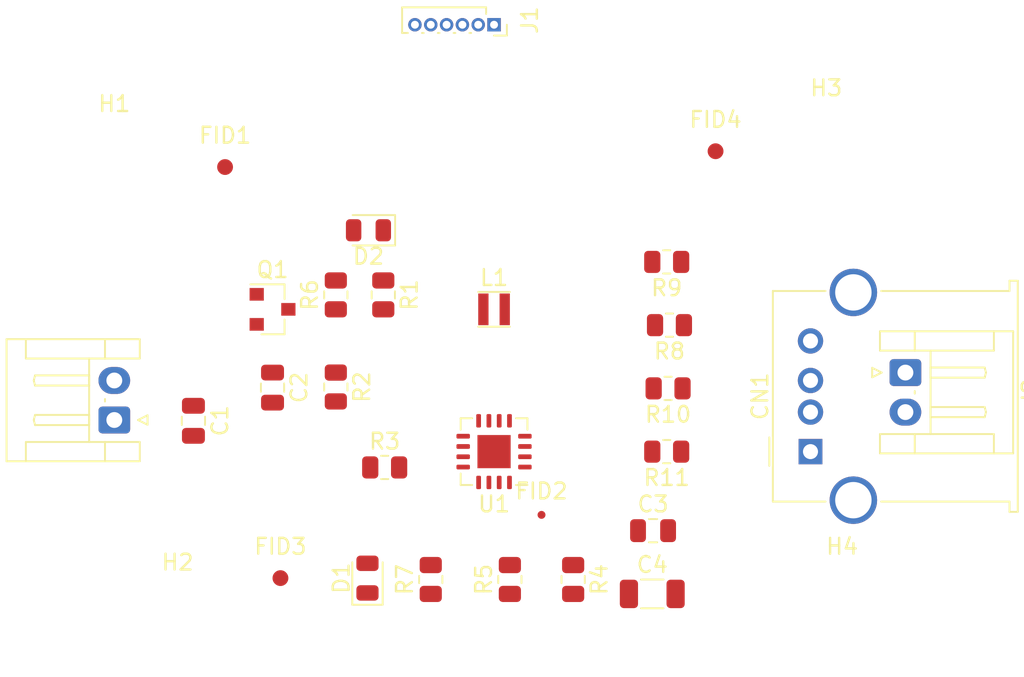
<source format=kicad_pcb>
(kicad_pcb (version 20171130) (host pcbnew 5.1.10-88a1d61d58~90~ubuntu20.04.1)

  (general
    (thickness 1.6)
    (drawings 1)
    (tracks 0)
    (zones 0)
    (modules 32)
    (nets 15)
  )

  (page A4)
  (title_block
    (title "Adafruit Power Boost 500 (Replica)")
    (date 2021-09-18)
    (rev 1.0.0)
    (company "Author: Lucas Orsi")
    (comment 1 "Materia: Diseño de Circuitos Impresos (DCI)")
    (comment 2 "Licencia: CC BY 4.0")
  )

  (layers
    (0 F.Cu signal)
    (31 B.Cu signal)
    (32 B.Adhes user)
    (33 F.Adhes user)
    (34 B.Paste user)
    (35 F.Paste user hide)
    (36 B.SilkS user hide)
    (37 F.SilkS user hide)
    (38 B.Mask user hide)
    (39 F.Mask user hide)
    (40 Dwgs.User user hide)
    (41 Cmts.User user hide)
    (42 Eco1.User user hide)
    (43 Eco2.User user hide)
    (44 Edge.Cuts user hide)
    (45 Margin user hide)
    (46 B.CrtYd user hide)
    (47 F.CrtYd user)
    (48 B.Fab user hide)
    (49 F.Fab user hide)
  )

  (setup
    (last_trace_width 0.8)
    (user_trace_width 0.8)
    (trace_clearance 0.8)
    (zone_clearance 0.508)
    (zone_45_only no)
    (trace_min 0.2)
    (via_size 1.6)
    (via_drill 0.8)
    (via_min_size 0.4)
    (via_min_drill 0.3)
    (user_via 1.6 0.8)
    (uvia_size 0.3)
    (uvia_drill 0.1)
    (uvias_allowed no)
    (uvia_min_size 0.2)
    (uvia_min_drill 0.1)
    (edge_width 0.05)
    (segment_width 0.2)
    (pcb_text_width 0.3)
    (pcb_text_size 1.5 1.5)
    (mod_edge_width 0.12)
    (mod_text_size 1 1)
    (mod_text_width 0.15)
    (pad_size 1.524 1.524)
    (pad_drill 0.762)
    (pad_to_mask_clearance 0)
    (aux_axis_origin 0 0)
    (visible_elements FFFFFF7F)
    (pcbplotparams
      (layerselection 0x010fc_ffffffff)
      (usegerberextensions false)
      (usegerberattributes true)
      (usegerberadvancedattributes true)
      (creategerberjobfile true)
      (excludeedgelayer true)
      (linewidth 0.100000)
      (plotframeref false)
      (viasonmask false)
      (mode 1)
      (useauxorigin false)
      (hpglpennumber 1)
      (hpglpenspeed 20)
      (hpglpendiameter 15.000000)
      (psnegative false)
      (psa4output false)
      (plotreference true)
      (plotvalue true)
      (plotinvisibletext false)
      (padsonsilk false)
      (subtractmaskfromsilk false)
      (outputformat 1)
      (mirror false)
      (drillshape 1)
      (scaleselection 1)
      (outputdirectory ""))
  )

  (net 0 "")
  (net 1 +BATT)
  (net 2 GND)
  (net 3 +5V)
  (net 4 "Net-(CN1-Pad2)")
  (net 5 "Net-(CN1-Pad3)")
  (net 6 "Net-(D1-Pad1)")
  (net 7 "Net-(D2-Pad2)")
  (net 8 /ENABLE)
  (net 9 /LBO)
  (net 10 "Net-(L1-Pad2)")
  (net 11 "Net-(R2-Pad2)")
  (net 12 "Net-(R4-Pad2)")
  (net 13 "Net-(U1-Pad2)")
  (net 14 "Net-(Q1-Pad3)")

  (net_class Default "This is the default net class."
    (clearance 0.8)
    (trace_width 0.8)
    (via_dia 1.6)
    (via_drill 0.8)
    (uvia_dia 0.3)
    (uvia_drill 0.1)
    (add_net +5V)
    (add_net +BATT)
    (add_net /ENABLE)
    (add_net /LBO)
    (add_net GND)
    (add_net "Net-(CN1-Pad2)")
    (add_net "Net-(CN1-Pad3)")
    (add_net "Net-(D1-Pad1)")
    (add_net "Net-(D2-Pad2)")
    (add_net "Net-(L1-Pad2)")
    (add_net "Net-(Q1-Pad3)")
    (add_net "Net-(R2-Pad2)")
    (add_net "Net-(R4-Pad2)")
    (add_net "Net-(U1-Pad2)")
  )

  (module Inductor_SMD:L_Taiyo-Yuden_MD-2020 (layer F.Cu) (tedit 5990349C) (tstamp 6146A258)
    (at 153 52)
    (descr "Inductor, Taiyo Yuden, MD series, Taiyo-Yuden_MD-2020, 2.0mmx2.0mm")
    (tags "inductor taiyo-yuden md smd")
    (path /613C0BC8)
    (attr smd)
    (fp_text reference L1 (at 0 -2) (layer F.SilkS)
      (effects (font (size 1 1) (thickness 0.15)))
    )
    (fp_text value VLC5045-6.8uH (at 0 2.5) (layer F.Fab)
      (effects (font (size 1 1) (thickness 0.15)))
    )
    (fp_text user %R (at 0 0) (layer F.Fab)
      (effects (font (size 0.5 0.5) (thickness 0.075)))
    )
    (fp_line (start -1 -1) (end -1 1) (layer F.Fab) (width 0.1))
    (fp_line (start -1 1) (end 1 1) (layer F.Fab) (width 0.1))
    (fp_line (start 1 1) (end 1 -1) (layer F.Fab) (width 0.1))
    (fp_line (start 1 -1) (end -1 -1) (layer F.Fab) (width 0.1))
    (fp_line (start -1 -1.1) (end 1 -1.1) (layer F.SilkS) (width 0.12))
    (fp_line (start -1 1.1) (end 1 1.1) (layer F.SilkS) (width 0.12))
    (fp_line (start -1.3 -1.3) (end -1.3 1.3) (layer F.CrtYd) (width 0.05))
    (fp_line (start -1.3 1.3) (end 1.3 1.3) (layer F.CrtYd) (width 0.05))
    (fp_line (start 1.3 1.3) (end 1.3 -1.3) (layer F.CrtYd) (width 0.05))
    (fp_line (start 1.3 -1.3) (end -1.3 -1.3) (layer F.CrtYd) (width 0.05))
    (pad 2 smd rect (at 0.675 0) (size 0.65 2) (layers F.Cu F.Paste F.Mask)
      (net 10 "Net-(L1-Pad2)"))
    (pad 1 smd rect (at -0.675 0) (size 0.65 2) (layers F.Cu F.Paste F.Mask)
      (net 1 +BATT))
    (model ${KISYS3DMOD}/Inductor_SMD.3dshapes/L_Taiyo-Yuden_MD-2020.wrl
      (at (xyz 0 0 0))
      (scale (xyz 1 1 1))
      (rotate (xyz 0 0 0))
    )
    (model /home/lorsi/Documents/CESE/DCI/tp-final-lorsi96/lib/inductor-wurth-elektronik-74437324100-1/WE_Inductor_4020.STEP
      (at (xyz 0 0 0))
      (scale (xyz 1 1 1))
      (rotate (xyz 0 0 0))
    )
  )

  (module Connector_JST:JST_EH_S2B-EH_1x02_P2.50mm_Horizontal (layer F.Cu) (tedit 5C281425) (tstamp 614BDB2F)
    (at 129 59 90)
    (descr "JST EH series connector, S2B-EH (http://www.jst-mfg.com/product/pdf/eng/eEH.pdf), generated with kicad-footprint-generator")
    (tags "connector JST EH horizontal")
    (path /61533C6B)
    (fp_text reference J3 (at 1.25 -7.9 90) (layer F.SilkS)
      (effects (font (size 1 1) (thickness 0.15)))
    )
    (fp_text value Batería (at 1.25 2.7 90) (layer F.Fab)
      (effects (font (size 1 1) (thickness 0.15)))
    )
    (fp_line (start -1.5 -0.7) (end -1.5 1.5) (layer F.Fab) (width 0.1))
    (fp_line (start -1.5 1.5) (end -2.5 1.5) (layer F.Fab) (width 0.1))
    (fp_line (start -2.5 1.5) (end -2.5 -6.7) (layer F.Fab) (width 0.1))
    (fp_line (start -2.5 -6.7) (end 5 -6.7) (layer F.Fab) (width 0.1))
    (fp_line (start 5 -6.7) (end 5 1.5) (layer F.Fab) (width 0.1))
    (fp_line (start 5 1.5) (end 4 1.5) (layer F.Fab) (width 0.1))
    (fp_line (start 4 1.5) (end 4 -0.7) (layer F.Fab) (width 0.1))
    (fp_line (start 4 -0.7) (end -1.5 -0.7) (layer F.Fab) (width 0.1))
    (fp_line (start -3 -7.2) (end -3 2) (layer F.CrtYd) (width 0.05))
    (fp_line (start -3 2) (end 5.5 2) (layer F.CrtYd) (width 0.05))
    (fp_line (start 5.5 2) (end 5.5 -7.2) (layer F.CrtYd) (width 0.05))
    (fp_line (start 5.5 -7.2) (end -3 -7.2) (layer F.CrtYd) (width 0.05))
    (fp_line (start -1.39 -0.59) (end -1.39 1.61) (layer F.SilkS) (width 0.12))
    (fp_line (start -1.39 1.61) (end -2.61 1.61) (layer F.SilkS) (width 0.12))
    (fp_line (start -2.61 1.61) (end -2.61 -6.81) (layer F.SilkS) (width 0.12))
    (fp_line (start -2.61 -6.81) (end 5.11 -6.81) (layer F.SilkS) (width 0.12))
    (fp_line (start 5.11 -6.81) (end 5.11 1.61) (layer F.SilkS) (width 0.12))
    (fp_line (start 5.11 1.61) (end 3.89 1.61) (layer F.SilkS) (width 0.12))
    (fp_line (start 3.89 1.61) (end 3.89 -0.59) (layer F.SilkS) (width 0.12))
    (fp_line (start -2.61 -5.59) (end -1.39 -5.59) (layer F.SilkS) (width 0.12))
    (fp_line (start -1.39 -5.59) (end -1.39 -0.59) (layer F.SilkS) (width 0.12))
    (fp_line (start -1.39 -0.59) (end -2.61 -0.59) (layer F.SilkS) (width 0.12))
    (fp_line (start 5.11 -5.59) (end 3.89 -5.59) (layer F.SilkS) (width 0.12))
    (fp_line (start 3.89 -5.59) (end 3.89 -0.59) (layer F.SilkS) (width 0.12))
    (fp_line (start 3.89 -0.59) (end 5.11 -0.59) (layer F.SilkS) (width 0.12))
    (fp_line (start -1.39 -1.59) (end 3.89 -1.59) (layer F.SilkS) (width 0.12))
    (fp_line (start 0 -1.59) (end -0.32 -1.59) (layer F.SilkS) (width 0.12))
    (fp_line (start -0.32 -1.59) (end -0.32 -5.01) (layer F.SilkS) (width 0.12))
    (fp_line (start -0.32 -5.01) (end 0 -5.09) (layer F.SilkS) (width 0.12))
    (fp_line (start 0 -5.09) (end 0.32 -5.01) (layer F.SilkS) (width 0.12))
    (fp_line (start 0.32 -5.01) (end 0.32 -1.59) (layer F.SilkS) (width 0.12))
    (fp_line (start 0.32 -1.59) (end 0 -1.59) (layer F.SilkS) (width 0.12))
    (fp_line (start 1.17 -0.59) (end 1.33 -0.59) (layer F.SilkS) (width 0.12))
    (fp_line (start 2.5 -1.59) (end 2.18 -1.59) (layer F.SilkS) (width 0.12))
    (fp_line (start 2.18 -1.59) (end 2.18 -5.01) (layer F.SilkS) (width 0.12))
    (fp_line (start 2.18 -5.01) (end 2.5 -5.09) (layer F.SilkS) (width 0.12))
    (fp_line (start 2.5 -5.09) (end 2.82 -5.01) (layer F.SilkS) (width 0.12))
    (fp_line (start 2.82 -5.01) (end 2.82 -1.59) (layer F.SilkS) (width 0.12))
    (fp_line (start 2.82 -1.59) (end 2.5 -1.59) (layer F.SilkS) (width 0.12))
    (fp_line (start 0 1.5) (end -0.3 2.1) (layer F.SilkS) (width 0.12))
    (fp_line (start -0.3 2.1) (end 0.3 2.1) (layer F.SilkS) (width 0.12))
    (fp_line (start 0.3 2.1) (end 0 1.5) (layer F.SilkS) (width 0.12))
    (fp_line (start -0.5 -0.7) (end 0 -1.407107) (layer F.Fab) (width 0.1))
    (fp_line (start 0 -1.407107) (end 0.5 -0.7) (layer F.Fab) (width 0.1))
    (fp_text user %R (at 1.25 -2.6 90) (layer F.Fab)
      (effects (font (size 1 1) (thickness 0.15)))
    )
    (pad 2 thru_hole oval (at 2.5 0 90) (size 1.7 2) (drill 1) (layers *.Cu *.Mask)
      (net 1 +BATT))
    (pad 1 thru_hole roundrect (at 0 0 90) (size 1.7 2) (drill 1) (layers *.Cu *.Mask) (roundrect_rratio 0.147059)
      (net 2 GND))
    (model ${KISYS3DMOD}/Connector_JST.3dshapes/JST_EH_S2B-EH_1x02_P2.50mm_Horizontal.wrl
      (at (xyz 0 0 0))
      (scale (xyz 1 1 1))
      (rotate (xyz 0 0 0))
    )
  )

  (module Connector_JST:JST_EH_S2B-EH_1x02_P2.50mm_Horizontal (layer F.Cu) (tedit 5C281425) (tstamp 614BF033)
    (at 179 56 270)
    (descr "JST EH series connector, S2B-EH (http://www.jst-mfg.com/product/pdf/eng/eEH.pdf), generated with kicad-footprint-generator")
    (tags "connector JST EH horizontal")
    (path /613C3CFF)
    (fp_text reference J2 (at 1.25 -7.9 90) (layer F.SilkS)
      (effects (font (size 1 1) (thickness 0.15)))
    )
    (fp_text value "PWR OUT" (at 1.25 2.7 90) (layer F.Fab)
      (effects (font (size 1 1) (thickness 0.15)))
    )
    (fp_line (start -1.5 -0.7) (end -1.5 1.5) (layer F.Fab) (width 0.1))
    (fp_line (start -1.5 1.5) (end -2.5 1.5) (layer F.Fab) (width 0.1))
    (fp_line (start -2.5 1.5) (end -2.5 -6.7) (layer F.Fab) (width 0.1))
    (fp_line (start -2.5 -6.7) (end 5 -6.7) (layer F.Fab) (width 0.1))
    (fp_line (start 5 -6.7) (end 5 1.5) (layer F.Fab) (width 0.1))
    (fp_line (start 5 1.5) (end 4 1.5) (layer F.Fab) (width 0.1))
    (fp_line (start 4 1.5) (end 4 -0.7) (layer F.Fab) (width 0.1))
    (fp_line (start 4 -0.7) (end -1.5 -0.7) (layer F.Fab) (width 0.1))
    (fp_line (start -3 -7.2) (end -3 2) (layer F.CrtYd) (width 0.05))
    (fp_line (start -3 2) (end 5.5 2) (layer F.CrtYd) (width 0.05))
    (fp_line (start 5.5 2) (end 5.5 -7.2) (layer F.CrtYd) (width 0.05))
    (fp_line (start 5.5 -7.2) (end -3 -7.2) (layer F.CrtYd) (width 0.05))
    (fp_line (start -1.39 -0.59) (end -1.39 1.61) (layer F.SilkS) (width 0.12))
    (fp_line (start -1.39 1.61) (end -2.61 1.61) (layer F.SilkS) (width 0.12))
    (fp_line (start -2.61 1.61) (end -2.61 -6.81) (layer F.SilkS) (width 0.12))
    (fp_line (start -2.61 -6.81) (end 5.11 -6.81) (layer F.SilkS) (width 0.12))
    (fp_line (start 5.11 -6.81) (end 5.11 1.61) (layer F.SilkS) (width 0.12))
    (fp_line (start 5.11 1.61) (end 3.89 1.61) (layer F.SilkS) (width 0.12))
    (fp_line (start 3.89 1.61) (end 3.89 -0.59) (layer F.SilkS) (width 0.12))
    (fp_line (start -2.61 -5.59) (end -1.39 -5.59) (layer F.SilkS) (width 0.12))
    (fp_line (start -1.39 -5.59) (end -1.39 -0.59) (layer F.SilkS) (width 0.12))
    (fp_line (start -1.39 -0.59) (end -2.61 -0.59) (layer F.SilkS) (width 0.12))
    (fp_line (start 5.11 -5.59) (end 3.89 -5.59) (layer F.SilkS) (width 0.12))
    (fp_line (start 3.89 -5.59) (end 3.89 -0.59) (layer F.SilkS) (width 0.12))
    (fp_line (start 3.89 -0.59) (end 5.11 -0.59) (layer F.SilkS) (width 0.12))
    (fp_line (start -1.39 -1.59) (end 3.89 -1.59) (layer F.SilkS) (width 0.12))
    (fp_line (start 0 -1.59) (end -0.32 -1.59) (layer F.SilkS) (width 0.12))
    (fp_line (start -0.32 -1.59) (end -0.32 -5.01) (layer F.SilkS) (width 0.12))
    (fp_line (start -0.32 -5.01) (end 0 -5.09) (layer F.SilkS) (width 0.12))
    (fp_line (start 0 -5.09) (end 0.32 -5.01) (layer F.SilkS) (width 0.12))
    (fp_line (start 0.32 -5.01) (end 0.32 -1.59) (layer F.SilkS) (width 0.12))
    (fp_line (start 0.32 -1.59) (end 0 -1.59) (layer F.SilkS) (width 0.12))
    (fp_line (start 1.17 -0.59) (end 1.33 -0.59) (layer F.SilkS) (width 0.12))
    (fp_line (start 2.5 -1.59) (end 2.18 -1.59) (layer F.SilkS) (width 0.12))
    (fp_line (start 2.18 -1.59) (end 2.18 -5.01) (layer F.SilkS) (width 0.12))
    (fp_line (start 2.18 -5.01) (end 2.5 -5.09) (layer F.SilkS) (width 0.12))
    (fp_line (start 2.5 -5.09) (end 2.82 -5.01) (layer F.SilkS) (width 0.12))
    (fp_line (start 2.82 -5.01) (end 2.82 -1.59) (layer F.SilkS) (width 0.12))
    (fp_line (start 2.82 -1.59) (end 2.5 -1.59) (layer F.SilkS) (width 0.12))
    (fp_line (start 0 1.5) (end -0.3 2.1) (layer F.SilkS) (width 0.12))
    (fp_line (start -0.3 2.1) (end 0.3 2.1) (layer F.SilkS) (width 0.12))
    (fp_line (start 0.3 2.1) (end 0 1.5) (layer F.SilkS) (width 0.12))
    (fp_line (start -0.5 -0.7) (end 0 -1.407107) (layer F.Fab) (width 0.1))
    (fp_line (start 0 -1.407107) (end 0.5 -0.7) (layer F.Fab) (width 0.1))
    (fp_text user %R (at 1.25 -2.6 90) (layer F.Fab)
      (effects (font (size 1 1) (thickness 0.15)))
    )
    (pad 2 thru_hole oval (at 2.5 0 270) (size 1.7 2) (drill 1) (layers *.Cu *.Mask)
      (net 2 GND))
    (pad 1 thru_hole roundrect (at 0 0 270) (size 1.7 2) (drill 1) (layers *.Cu *.Mask) (roundrect_rratio 0.147059)
      (net 3 +5V))
    (model ${KISYS3DMOD}/Connector_JST.3dshapes/JST_EH_S2B-EH_1x02_P2.50mm_Horizontal.wrl
      (at (xyz 0 0 0))
      (scale (xyz 1 1 1))
      (rotate (xyz 0 0 0))
    )
  )

  (module Connector_USB:USB_A_Molex_67643_Horizontal (layer F.Cu) (tedit 5EA03975) (tstamp 614BE1EA)
    (at 173 61 90)
    (descr "USB type A, Horizontal, https://www.molex.com/pdm_docs/sd/676433910_sd.pdf")
    (tags "USB_A Female Connector receptacle")
    (path /614C579A)
    (fp_text reference CN1 (at 3.5 -3.19 90) (layer F.SilkS)
      (effects (font (size 1 1) (thickness 0.15)))
    )
    (fp_text value USBA (at 3.5 14.5 90) (layer F.Fab)
      (effects (font (size 1 1) (thickness 0.15)))
    )
    (fp_line (start -3.05 -2.27) (end 10.05 -2.27) (layer F.Fab) (width 0.1))
    (fp_line (start 10.05 -2.27) (end 10.05 12.69) (layer F.Fab) (width 0.1))
    (fp_line (start -3.16 12.58) (end -3.16 4.47) (layer F.SilkS) (width 0.12))
    (fp_line (start -3.16 12.58) (end -3.81 12.58) (layer F.SilkS) (width 0.12))
    (fp_line (start -3.7 12.69) (end -3.7 12.99) (layer F.Fab) (width 0.1))
    (fp_line (start -3.7 12.99) (end 10.7 12.99) (layer F.Fab) (width 0.1))
    (fp_line (start 10.7 12.99) (end 10.7 12.69) (layer F.Fab) (width 0.1))
    (fp_line (start 10.7 12.69) (end 10.05 12.69) (layer F.Fab) (width 0.1))
    (fp_line (start -3.05 9.27) (end 10.05 9.27) (layer F.Fab) (width 0.1))
    (fp_line (start -3.55 -2.77) (end 10.55 -2.77) (layer F.CrtYd) (width 0.05))
    (fp_line (start 10.55 -2.77) (end 10.55 0.76) (layer F.CrtYd) (width 0.05))
    (fp_line (start -3.55 -2.77) (end -3.55 0.76) (layer F.CrtYd) (width 0.05))
    (fp_line (start -4.2 13.49) (end 11.2 13.49) (layer F.CrtYd) (width 0.05))
    (fp_line (start 11.2 13.49) (end 11.2 12.19) (layer F.CrtYd) (width 0.05))
    (fp_line (start 11.2 12.19) (end 10.55 12.19) (layer F.CrtYd) (width 0.05))
    (fp_line (start 10.55 12.19) (end 10.55 4.66) (layer F.CrtYd) (width 0.05))
    (fp_line (start -4.2 13.49) (end -4.2 12.19) (layer F.CrtYd) (width 0.05))
    (fp_line (start -4.2 12.19) (end -3.55 12.19) (layer F.CrtYd) (width 0.05))
    (fp_line (start -3.55 12.19) (end -3.55 4.66) (layer F.CrtYd) (width 0.05))
    (fp_line (start -3.16 -2.38) (end 10.16 -2.38) (layer F.SilkS) (width 0.12))
    (fp_line (start -3.16 -2.38) (end -3.16 0.95) (layer F.SilkS) (width 0.12))
    (fp_line (start 10.16 -2.38) (end 10.16 0.95) (layer F.SilkS) (width 0.12))
    (fp_line (start -3.05 12.69) (end -3.05 -2.27) (layer F.Fab) (width 0.1))
    (fp_line (start 10.81 13.1) (end 10.81 12.58) (layer F.SilkS) (width 0.12))
    (fp_line (start -3.81 13.1) (end 10.81 13.1) (layer F.SilkS) (width 0.12))
    (fp_line (start 10.16 4.47) (end 10.16 12.58) (layer F.SilkS) (width 0.12))
    (fp_line (start -3.81 12.58) (end -3.81 13.1) (layer F.SilkS) (width 0.12))
    (fp_line (start 10.81 12.58) (end 10.16 12.58) (layer F.SilkS) (width 0.12))
    (fp_line (start -3.05 12.69) (end -3.7 12.69) (layer F.Fab) (width 0.1))
    (fp_line (start -0.9 -2.6) (end 0.9 -2.6) (layer F.SilkS) (width 0.12))
    (fp_line (start -1 -2.27) (end 0 -1.27) (layer F.Fab) (width 0.1))
    (fp_line (start 0 -1.27) (end 1 -2.27) (layer F.Fab) (width 0.1))
    (fp_arc (start 10.07 2.71) (end 10.55 4.66) (angle -152.3426981) (layer F.CrtYd) (width 0.05))
    (fp_arc (start -3.07 2.71) (end -3.55 0.76) (angle -152.3426981) (layer F.CrtYd) (width 0.05))
    (fp_text user %R (at 3.5 3.7 90) (layer F.Fab)
      (effects (font (size 1 1) (thickness 0.15)))
    )
    (pad 4 thru_hole circle (at 7 0 90) (size 1.6 1.6) (drill 0.95) (layers *.Cu *.Mask)
      (net 3 +5V))
    (pad 3 thru_hole circle (at 4.5 0 90) (size 1.6 1.6) (drill 0.95) (layers *.Cu *.Mask)
      (net 5 "Net-(CN1-Pad3)"))
    (pad 2 thru_hole circle (at 2.5 0 90) (size 1.6 1.6) (drill 0.95) (layers *.Cu *.Mask)
      (net 4 "Net-(CN1-Pad2)"))
    (pad 1 thru_hole rect (at 0 0 90) (size 1.6 1.5) (drill 0.95) (layers *.Cu *.Mask)
      (net 2 GND))
    (pad 5 thru_hole circle (at 10.07 2.71 90) (size 3 3) (drill 2.3) (layers *.Cu *.Mask)
      (net 2 GND))
    (pad 5 thru_hole circle (at -3.07 2.71 90) (size 3 3) (drill 2.3) (layers *.Cu *.Mask)
      (net 2 GND))
    (model "/home/lorsi/Documents/CESE/DCI/tp-final-lorsi96/lib/usb-a-receptacle-tht-1/USB A Buchse THT.stp"
      (offset (xyz 7 0 0))
      (scale (xyz 1 1 1))
      (rotate (xyz 0 0 -90))
    )
  )

  (module Capacitor_SMD:C_0805_2012Metric (layer F.Cu) (tedit 5F68FEEE) (tstamp 6146A156)
    (at 134 59.05 270)
    (descr "Capacitor SMD 0805 (2012 Metric), square (rectangular) end terminal, IPC_7351 nominal, (Body size source: IPC-SM-782 page 76, https://www.pcb-3d.com/wordpress/wp-content/uploads/ipc-sm-782a_amendment_1_and_2.pdf, https://docs.google.com/spreadsheets/d/1BsfQQcO9C6DZCsRaXUlFlo91Tg2WpOkGARC1WS5S8t0/edit?usp=sharing), generated with kicad-footprint-generator")
    (tags capacitor)
    (path /613A324C)
    (attr smd)
    (fp_text reference C1 (at 0 -1.68 90) (layer F.SilkS)
      (effects (font (size 1 1) (thickness 0.15)))
    )
    (fp_text value 10uF (at 0 1.68 90) (layer F.Fab)
      (effects (font (size 1 1) (thickness 0.15)))
    )
    (fp_line (start -1 0.625) (end -1 -0.625) (layer F.Fab) (width 0.1))
    (fp_line (start -1 -0.625) (end 1 -0.625) (layer F.Fab) (width 0.1))
    (fp_line (start 1 -0.625) (end 1 0.625) (layer F.Fab) (width 0.1))
    (fp_line (start 1 0.625) (end -1 0.625) (layer F.Fab) (width 0.1))
    (fp_line (start -0.261252 -0.735) (end 0.261252 -0.735) (layer F.SilkS) (width 0.12))
    (fp_line (start -0.261252 0.735) (end 0.261252 0.735) (layer F.SilkS) (width 0.12))
    (fp_line (start -1.7 0.98) (end -1.7 -0.98) (layer F.CrtYd) (width 0.05))
    (fp_line (start -1.7 -0.98) (end 1.7 -0.98) (layer F.CrtYd) (width 0.05))
    (fp_line (start 1.7 -0.98) (end 1.7 0.98) (layer F.CrtYd) (width 0.05))
    (fp_line (start 1.7 0.98) (end -1.7 0.98) (layer F.CrtYd) (width 0.05))
    (fp_text user %R (at 0 0 90) (layer F.Fab)
      (effects (font (size 0.5 0.5) (thickness 0.08)))
    )
    (pad 2 smd roundrect (at 0.95 0 270) (size 1 1.45) (layers F.Cu F.Paste F.Mask) (roundrect_rratio 0.25)
      (net 2 GND))
    (pad 1 smd roundrect (at -0.95 0 270) (size 1 1.45) (layers F.Cu F.Paste F.Mask) (roundrect_rratio 0.25)
      (net 1 +BATT))
    (model ${KISYS3DMOD}/Capacitor_SMD.3dshapes/C_0805_2012Metric.wrl
      (at (xyz 0 0 0))
      (scale (xyz 1 1 1))
      (rotate (xyz 0 0 0))
    )
  )

  (module Capacitor_SMD:C_0805_2012Metric (layer F.Cu) (tedit 5F68FEEE) (tstamp 6146A167)
    (at 139 56.95 270)
    (descr "Capacitor SMD 0805 (2012 Metric), square (rectangular) end terminal, IPC_7351 nominal, (Body size source: IPC-SM-782 page 76, https://www.pcb-3d.com/wordpress/wp-content/uploads/ipc-sm-782a_amendment_1_and_2.pdf, https://docs.google.com/spreadsheets/d/1BsfQQcO9C6DZCsRaXUlFlo91Tg2WpOkGARC1WS5S8t0/edit?usp=sharing), generated with kicad-footprint-generator")
    (tags capacitor)
    (path /613A3666)
    (attr smd)
    (fp_text reference C2 (at 0 -1.68 90) (layer F.SilkS)
      (effects (font (size 1 1) (thickness 0.15)))
    )
    (fp_text value 0.1uF (at 0 1.68 90) (layer F.Fab)
      (effects (font (size 1 1) (thickness 0.15)))
    )
    (fp_line (start 1.7 0.98) (end -1.7 0.98) (layer F.CrtYd) (width 0.05))
    (fp_line (start 1.7 -0.98) (end 1.7 0.98) (layer F.CrtYd) (width 0.05))
    (fp_line (start -1.7 -0.98) (end 1.7 -0.98) (layer F.CrtYd) (width 0.05))
    (fp_line (start -1.7 0.98) (end -1.7 -0.98) (layer F.CrtYd) (width 0.05))
    (fp_line (start -0.261252 0.735) (end 0.261252 0.735) (layer F.SilkS) (width 0.12))
    (fp_line (start -0.261252 -0.735) (end 0.261252 -0.735) (layer F.SilkS) (width 0.12))
    (fp_line (start 1 0.625) (end -1 0.625) (layer F.Fab) (width 0.1))
    (fp_line (start 1 -0.625) (end 1 0.625) (layer F.Fab) (width 0.1))
    (fp_line (start -1 -0.625) (end 1 -0.625) (layer F.Fab) (width 0.1))
    (fp_line (start -1 0.625) (end -1 -0.625) (layer F.Fab) (width 0.1))
    (fp_text user %R (at 0 0 90) (layer F.Fab)
      (effects (font (size 0.5 0.5) (thickness 0.08)))
    )
    (pad 1 smd roundrect (at -0.95 0 270) (size 1 1.45) (layers F.Cu F.Paste F.Mask) (roundrect_rratio 0.25)
      (net 1 +BATT))
    (pad 2 smd roundrect (at 0.95 0 270) (size 1 1.45) (layers F.Cu F.Paste F.Mask) (roundrect_rratio 0.25)
      (net 2 GND))
    (model ${KISYS3DMOD}/Capacitor_SMD.3dshapes/C_0805_2012Metric.wrl
      (at (xyz 0 0 0))
      (scale (xyz 1 1 1))
      (rotate (xyz 0 0 0))
    )
  )

  (module Capacitor_SMD:C_0805_2012Metric (layer F.Cu) (tedit 5F68FEEE) (tstamp 6146A178)
    (at 163.05 66)
    (descr "Capacitor SMD 0805 (2012 Metric), square (rectangular) end terminal, IPC_7351 nominal, (Body size source: IPC-SM-782 page 76, https://www.pcb-3d.com/wordpress/wp-content/uploads/ipc-sm-782a_amendment_1_and_2.pdf, https://docs.google.com/spreadsheets/d/1BsfQQcO9C6DZCsRaXUlFlo91Tg2WpOkGARC1WS5S8t0/edit?usp=sharing), generated with kicad-footprint-generator")
    (tags capacitor)
    (path /613A3BDE)
    (attr smd)
    (fp_text reference C3 (at 0 -1.68) (layer F.SilkS)
      (effects (font (size 1 1) (thickness 0.15)))
    )
    (fp_text value 2.2uF (at 0 1.68) (layer F.Fab)
      (effects (font (size 1 1) (thickness 0.15)))
    )
    (fp_line (start 1.7 0.98) (end -1.7 0.98) (layer F.CrtYd) (width 0.05))
    (fp_line (start 1.7 -0.98) (end 1.7 0.98) (layer F.CrtYd) (width 0.05))
    (fp_line (start -1.7 -0.98) (end 1.7 -0.98) (layer F.CrtYd) (width 0.05))
    (fp_line (start -1.7 0.98) (end -1.7 -0.98) (layer F.CrtYd) (width 0.05))
    (fp_line (start -0.261252 0.735) (end 0.261252 0.735) (layer F.SilkS) (width 0.12))
    (fp_line (start -0.261252 -0.735) (end 0.261252 -0.735) (layer F.SilkS) (width 0.12))
    (fp_line (start 1 0.625) (end -1 0.625) (layer F.Fab) (width 0.1))
    (fp_line (start 1 -0.625) (end 1 0.625) (layer F.Fab) (width 0.1))
    (fp_line (start -1 -0.625) (end 1 -0.625) (layer F.Fab) (width 0.1))
    (fp_line (start -1 0.625) (end -1 -0.625) (layer F.Fab) (width 0.1))
    (fp_text user %R (at 0 0) (layer F.Fab)
      (effects (font (size 0.5 0.5) (thickness 0.08)))
    )
    (pad 1 smd roundrect (at -0.95 0) (size 1 1.45) (layers F.Cu F.Paste F.Mask) (roundrect_rratio 0.25)
      (net 3 +5V))
    (pad 2 smd roundrect (at 0.95 0) (size 1 1.45) (layers F.Cu F.Paste F.Mask) (roundrect_rratio 0.25)
      (net 2 GND))
    (model ${KISYS3DMOD}/Capacitor_SMD.3dshapes/C_0805_2012Metric.wrl
      (at (xyz 0 0 0))
      (scale (xyz 1 1 1))
      (rotate (xyz 0 0 0))
    )
  )

  (module Capacitor_SMD:C_1206_3216Metric (layer F.Cu) (tedit 5F68FEEE) (tstamp 6146A189)
    (at 163 70)
    (descr "Capacitor SMD 1206 (3216 Metric), square (rectangular) end terminal, IPC_7351 nominal, (Body size source: IPC-SM-782 page 76, https://www.pcb-3d.com/wordpress/wp-content/uploads/ipc-sm-782a_amendment_1_and_2.pdf), generated with kicad-footprint-generator")
    (tags capacitor)
    (path /613A4683)
    (attr smd)
    (fp_text reference C4 (at 0 -1.85) (layer F.SilkS)
      (effects (font (size 1 1) (thickness 0.15)))
    )
    (fp_text value 100uF (at 0 1.85) (layer F.Fab)
      (effects (font (size 1 1) (thickness 0.15)))
    )
    (fp_line (start 2.3 1.15) (end -2.3 1.15) (layer F.CrtYd) (width 0.05))
    (fp_line (start 2.3 -1.15) (end 2.3 1.15) (layer F.CrtYd) (width 0.05))
    (fp_line (start -2.3 -1.15) (end 2.3 -1.15) (layer F.CrtYd) (width 0.05))
    (fp_line (start -2.3 1.15) (end -2.3 -1.15) (layer F.CrtYd) (width 0.05))
    (fp_line (start -0.711252 0.91) (end 0.711252 0.91) (layer F.SilkS) (width 0.12))
    (fp_line (start -0.711252 -0.91) (end 0.711252 -0.91) (layer F.SilkS) (width 0.12))
    (fp_line (start 1.6 0.8) (end -1.6 0.8) (layer F.Fab) (width 0.1))
    (fp_line (start 1.6 -0.8) (end 1.6 0.8) (layer F.Fab) (width 0.1))
    (fp_line (start -1.6 -0.8) (end 1.6 -0.8) (layer F.Fab) (width 0.1))
    (fp_line (start -1.6 0.8) (end -1.6 -0.8) (layer F.Fab) (width 0.1))
    (fp_text user %R (at 0 0) (layer F.Fab)
      (effects (font (size 0.8 0.8) (thickness 0.12)))
    )
    (pad 1 smd roundrect (at -1.475 0) (size 1.15 1.8) (layers F.Cu F.Paste F.Mask) (roundrect_rratio 0.217391)
      (net 3 +5V))
    (pad 2 smd roundrect (at 1.475 0) (size 1.15 1.8) (layers F.Cu F.Paste F.Mask) (roundrect_rratio 0.217391)
      (net 2 GND))
    (model ${KISYS3DMOD}/Capacitor_SMD.3dshapes/C_1206_3216Metric.wrl
      (at (xyz 0 0 0))
      (scale (xyz 1 1 1))
      (rotate (xyz 0 0 0))
    )
  )

  (module LED_SMD:LED_0805_2012Metric (layer F.Cu) (tedit 5F68FEF1) (tstamp 6146A1B9)
    (at 145 69 90)
    (descr "LED SMD 0805 (2012 Metric), square (rectangular) end terminal, IPC_7351 nominal, (Body size source: https://docs.google.com/spreadsheets/d/1BsfQQcO9C6DZCsRaXUlFlo91Tg2WpOkGARC1WS5S8t0/edit?usp=sharing), generated with kicad-footprint-generator")
    (tags LED)
    (path /613BFD8E)
    (attr smd)
    (fp_text reference D1 (at 0 -1.65 90) (layer F.SilkS)
      (effects (font (size 1 1) (thickness 0.15)))
    )
    (fp_text value "PWR GREEN" (at 0 1.65 90) (layer F.Fab)
      (effects (font (size 1 1) (thickness 0.15)))
    )
    (fp_line (start 1.68 0.95) (end -1.68 0.95) (layer F.CrtYd) (width 0.05))
    (fp_line (start 1.68 -0.95) (end 1.68 0.95) (layer F.CrtYd) (width 0.05))
    (fp_line (start -1.68 -0.95) (end 1.68 -0.95) (layer F.CrtYd) (width 0.05))
    (fp_line (start -1.68 0.95) (end -1.68 -0.95) (layer F.CrtYd) (width 0.05))
    (fp_line (start -1.685 0.96) (end 1 0.96) (layer F.SilkS) (width 0.12))
    (fp_line (start -1.685 -0.96) (end -1.685 0.96) (layer F.SilkS) (width 0.12))
    (fp_line (start 1 -0.96) (end -1.685 -0.96) (layer F.SilkS) (width 0.12))
    (fp_line (start 1 0.6) (end 1 -0.6) (layer F.Fab) (width 0.1))
    (fp_line (start -1 0.6) (end 1 0.6) (layer F.Fab) (width 0.1))
    (fp_line (start -1 -0.3) (end -1 0.6) (layer F.Fab) (width 0.1))
    (fp_line (start -0.7 -0.6) (end -1 -0.3) (layer F.Fab) (width 0.1))
    (fp_line (start 1 -0.6) (end -0.7 -0.6) (layer F.Fab) (width 0.1))
    (fp_text user %R (at 0 0 90) (layer F.Fab)
      (effects (font (size 0.5 0.5) (thickness 0.08)))
    )
    (pad 1 smd roundrect (at -0.9375 0 90) (size 0.975 1.4) (layers F.Cu F.Paste F.Mask) (roundrect_rratio 0.25)
      (net 6 "Net-(D1-Pad1)"))
    (pad 2 smd roundrect (at 0.9375 0 90) (size 0.975 1.4) (layers F.Cu F.Paste F.Mask) (roundrect_rratio 0.25)
      (net 3 +5V))
    (model ${KISYS3DMOD}/LED_SMD.3dshapes/LED_0805_2012Metric.wrl
      (at (xyz 0 0 0))
      (scale (xyz 1 1 1))
      (rotate (xyz 0 0 0))
    )
  )

  (module LED_SMD:LED_0805_2012Metric (layer F.Cu) (tedit 5F68FEF1) (tstamp 614C0F64)
    (at 145.0625 47 180)
    (descr "LED SMD 0805 (2012 Metric), square (rectangular) end terminal, IPC_7351 nominal, (Body size source: https://docs.google.com/spreadsheets/d/1BsfQQcO9C6DZCsRaXUlFlo91Tg2WpOkGARC1WS5S8t0/edit?usp=sharing), generated with kicad-footprint-generator")
    (tags LED)
    (path /613A4E15)
    (attr smd)
    (fp_text reference D2 (at 0 -1.65) (layer F.SilkS)
      (effects (font (size 1 1) (thickness 0.15)))
    )
    (fp_text value "LBO RED" (at 0 1.65) (layer F.Fab)
      (effects (font (size 1 1) (thickness 0.15)))
    )
    (fp_line (start 1 -0.6) (end -0.7 -0.6) (layer F.Fab) (width 0.1))
    (fp_line (start -0.7 -0.6) (end -1 -0.3) (layer F.Fab) (width 0.1))
    (fp_line (start -1 -0.3) (end -1 0.6) (layer F.Fab) (width 0.1))
    (fp_line (start -1 0.6) (end 1 0.6) (layer F.Fab) (width 0.1))
    (fp_line (start 1 0.6) (end 1 -0.6) (layer F.Fab) (width 0.1))
    (fp_line (start 1 -0.96) (end -1.685 -0.96) (layer F.SilkS) (width 0.12))
    (fp_line (start -1.685 -0.96) (end -1.685 0.96) (layer F.SilkS) (width 0.12))
    (fp_line (start -1.685 0.96) (end 1 0.96) (layer F.SilkS) (width 0.12))
    (fp_line (start -1.68 0.95) (end -1.68 -0.95) (layer F.CrtYd) (width 0.05))
    (fp_line (start -1.68 -0.95) (end 1.68 -0.95) (layer F.CrtYd) (width 0.05))
    (fp_line (start 1.68 -0.95) (end 1.68 0.95) (layer F.CrtYd) (width 0.05))
    (fp_line (start 1.68 0.95) (end -1.68 0.95) (layer F.CrtYd) (width 0.05))
    (fp_text user %R (at 0 0) (layer F.Fab)
      (effects (font (size 0.5 0.5) (thickness 0.08)))
    )
    (pad 2 smd roundrect (at 0.9375 0 180) (size 0.975 1.4) (layers F.Cu F.Paste F.Mask) (roundrect_rratio 0.25)
      (net 7 "Net-(D2-Pad2)"))
    (pad 1 smd roundrect (at -0.9375 0 180) (size 0.975 1.4) (layers F.Cu F.Paste F.Mask) (roundrect_rratio 0.25)
      (net 2 GND))
    (model ${KISYS3DMOD}/LED_SMD.3dshapes/LED_0805_2012Metric.wrl
      (at (xyz 0 0 0))
      (scale (xyz 1 1 1))
      (rotate (xyz 0 0 0))
    )
  )

  (module Fiducial:Fiducial_1mm_Mask2mm (layer F.Cu) (tedit 5C18CB26) (tstamp 6146A1D4)
    (at 136 43)
    (descr "Circular Fiducial, 1mm bare copper, 2mm soldermask opening (Level A)")
    (tags fiducial)
    (path /616A2BD0)
    (attr smd)
    (fp_text reference FID1 (at 0 -2) (layer F.SilkS)
      (effects (font (size 1 1) (thickness 0.15)))
    )
    (fp_text value Fiducial (at 0 2) (layer F.Fab)
      (effects (font (size 1 1) (thickness 0.15)))
    )
    (fp_circle (center 0 0) (end 1.25 0) (layer F.CrtYd) (width 0.05))
    (fp_circle (center 0 0) (end 1 0) (layer F.Fab) (width 0.1))
    (fp_text user %R (at 0 0) (layer F.Fab)
      (effects (font (size 0.4 0.4) (thickness 0.06)))
    )
    (pad "" smd circle (at 0 0) (size 1 1) (layers F.Cu F.Mask)
      (solder_mask_margin 0.5) (clearance 0.5))
  )

  (module Fiducial:Fiducial_0.5mm_Mask1mm (layer F.Cu) (tedit 5C18CB26) (tstamp 6146A1DC)
    (at 156 65)
    (descr "Circular Fiducial, 0.5mm bare copper, 1mm soldermask opening (Level C)")
    (tags fiducial)
    (path /616E0E3E)
    (attr smd)
    (fp_text reference FID2 (at 0 -1.5) (layer F.SilkS)
      (effects (font (size 1 1) (thickness 0.15)))
    )
    (fp_text value "U1 FID" (at 0 1.5) (layer F.Fab)
      (effects (font (size 1 1) (thickness 0.15)))
    )
    (fp_circle (center 0 0) (end 0.75 0) (layer F.CrtYd) (width 0.05))
    (fp_circle (center 0 0) (end 0.5 0) (layer F.Fab) (width 0.1))
    (fp_text user %R (at 0 0) (layer F.Fab)
      (effects (font (size 0.2 0.2) (thickness 0.04)))
    )
    (pad "" smd circle (at 0 0) (size 0.5 0.5) (layers F.Cu F.Mask)
      (solder_mask_margin 0.25) (clearance 0.25))
  )

  (module Fiducial:Fiducial_1mm_Mask2mm (layer F.Cu) (tedit 5C18CB26) (tstamp 6146A1E4)
    (at 139.5 69)
    (descr "Circular Fiducial, 1mm bare copper, 2mm soldermask opening (Level A)")
    (tags fiducial)
    (path /616A4E8E)
    (attr smd)
    (fp_text reference FID3 (at 0 -2) (layer F.SilkS)
      (effects (font (size 1 1) (thickness 0.15)))
    )
    (fp_text value Fiducial (at 0 2) (layer F.Fab)
      (effects (font (size 1 1) (thickness 0.15)))
    )
    (fp_circle (center 0 0) (end 1.25 0) (layer F.CrtYd) (width 0.05))
    (fp_circle (center 0 0) (end 1 0) (layer F.Fab) (width 0.1))
    (fp_text user %R (at 0 0) (layer F.Fab)
      (effects (font (size 0.4 0.4) (thickness 0.06)))
    )
    (pad "" smd circle (at 0 0) (size 1 1) (layers F.Cu F.Mask)
      (solder_mask_margin 0.5) (clearance 0.5))
  )

  (module Fiducial:Fiducial_1mm_Mask2mm (layer F.Cu) (tedit 5C18CB26) (tstamp 6146A1EC)
    (at 167 42)
    (descr "Circular Fiducial, 1mm bare copper, 2mm soldermask opening (Level A)")
    (tags fiducial)
    (path /616A4433)
    (attr smd)
    (fp_text reference FID4 (at 0 -2) (layer F.SilkS)
      (effects (font (size 1 1) (thickness 0.15)))
    )
    (fp_text value Fiducial (at 0 2) (layer F.Fab)
      (effects (font (size 1 1) (thickness 0.15)))
    )
    (fp_circle (center 0 0) (end 1 0) (layer F.Fab) (width 0.1))
    (fp_circle (center 0 0) (end 1.25 0) (layer F.CrtYd) (width 0.05))
    (fp_text user %R (at 0 0) (layer F.Fab)
      (effects (font (size 0.4 0.4) (thickness 0.06)))
    )
    (pad "" smd circle (at 0 0) (size 1 1) (layers F.Cu F.Mask)
      (solder_mask_margin 0.5) (clearance 0.5))
  )

  (module MountingHole:MountingHole_3mm (layer F.Cu) (tedit 56D1B4CB) (tstamp 6146A1F4)
    (at 129 43)
    (descr "Mounting Hole 3mm, no annular")
    (tags "mounting hole 3mm no annular")
    (path /615EAAD9)
    (attr virtual)
    (fp_text reference H1 (at 0 -4) (layer F.SilkS)
      (effects (font (size 1 1) (thickness 0.15)))
    )
    (fp_text value "Mounting Hole" (at 0 4) (layer F.Fab)
      (effects (font (size 1 1) (thickness 0.15)))
    )
    (fp_circle (center 0 0) (end 3.25 0) (layer F.CrtYd) (width 0.05))
    (fp_circle (center 0 0) (end 3 0) (layer Cmts.User) (width 0.15))
    (fp_text user %R (at 0.3 0) (layer F.Fab)
      (effects (font (size 1 1) (thickness 0.15)))
    )
    (pad 1 np_thru_hole circle (at 0 0) (size 3 3) (drill 3) (layers *.Cu *.Mask))
  )

  (module MountingHole:MountingHole_3mm (layer F.Cu) (tedit 56D1B4CB) (tstamp 6146A1FC)
    (at 133 72)
    (descr "Mounting Hole 3mm, no annular")
    (tags "mounting hole 3mm no annular")
    (path /615EFBC8)
    (attr virtual)
    (fp_text reference H2 (at 0 -4) (layer F.SilkS)
      (effects (font (size 1 1) (thickness 0.15)))
    )
    (fp_text value "Mounting Hole" (at 0 4) (layer F.Fab)
      (effects (font (size 1 1) (thickness 0.15)))
    )
    (fp_circle (center 0 0) (end 3.25 0) (layer F.CrtYd) (width 0.05))
    (fp_circle (center 0 0) (end 3 0) (layer Cmts.User) (width 0.15))
    (fp_text user %R (at 0.3 0) (layer F.Fab)
      (effects (font (size 1 1) (thickness 0.15)))
    )
    (pad 1 np_thru_hole circle (at 0 0) (size 3 3) (drill 3) (layers *.Cu *.Mask))
  )

  (module MountingHole:MountingHole_3mm (layer F.Cu) (tedit 56D1B4CB) (tstamp 6146A204)
    (at 174 42)
    (descr "Mounting Hole 3mm, no annular")
    (tags "mounting hole 3mm no annular")
    (path /615EF6C2)
    (attr virtual)
    (fp_text reference H3 (at 0 -4) (layer F.SilkS)
      (effects (font (size 1 1) (thickness 0.15)))
    )
    (fp_text value MountingHole (at 0 4) (layer F.Fab)
      (effects (font (size 1 1) (thickness 0.15)))
    )
    (fp_circle (center 0 0) (end 3 0) (layer Cmts.User) (width 0.15))
    (fp_circle (center 0 0) (end 3.25 0) (layer F.CrtYd) (width 0.05))
    (fp_text user %R (at 0.3 0) (layer F.Fab)
      (effects (font (size 1 1) (thickness 0.15)))
    )
    (pad 1 np_thru_hole circle (at 0 0) (size 3 3) (drill 3) (layers *.Cu *.Mask))
  )

  (module MountingHole:MountingHole_3mm (layer F.Cu) (tedit 56D1B4CB) (tstamp 6146A20C)
    (at 175 71)
    (descr "Mounting Hole 3mm, no annular")
    (tags "mounting hole 3mm no annular")
    (path /615F028A)
    (attr virtual)
    (fp_text reference H4 (at 0 -4) (layer F.SilkS)
      (effects (font (size 1 1) (thickness 0.15)))
    )
    (fp_text value MountingHole (at 0 4) (layer F.Fab)
      (effects (font (size 1 1) (thickness 0.15)))
    )
    (fp_circle (center 0 0) (end 3 0) (layer Cmts.User) (width 0.15))
    (fp_circle (center 0 0) (end 3.25 0) (layer F.CrtYd) (width 0.05))
    (fp_text user %R (at 0.3 0) (layer F.Fab)
      (effects (font (size 1 1) (thickness 0.15)))
    )
    (pad 1 np_thru_hole circle (at 0 0) (size 3 3) (drill 3) (layers *.Cu *.Mask))
  )

  (module Connector_PinSocket_1.00mm:PinSocket_1x06_P1.00mm_Vertical (layer F.Cu) (tedit 5A19A41C) (tstamp 6146A22A)
    (at 153 34 270)
    (descr "Through hole straight socket strip, 1x06, 1.00mm pitch, single row (https://gct.co/files/drawings/bc065.pdf), script generated")
    (tags "Through hole socket strip THT 1x06 1.00mm single row")
    (path /613B438E)
    (fp_text reference J1 (at -0.29 -2.25 90) (layer F.SilkS)
      (effects (font (size 1 1) (thickness 0.15)))
    )
    (fp_text value HEADER (at -0.29 7.25 90) (layer F.Fab)
      (effects (font (size 1 1) (thickness 0.15)))
    )
    (fp_line (start -1.54 6.25) (end -1.54 -1.25) (layer F.CrtYd) (width 0.05))
    (fp_line (start 0.96 6.25) (end -1.54 6.25) (layer F.CrtYd) (width 0.05))
    (fp_line (start 0.96 -1.25) (end 0.96 6.25) (layer F.CrtYd) (width 0.05))
    (fp_line (start -1.54 -1.25) (end 0.96 -1.25) (layer F.CrtYd) (width 0.05))
    (fp_line (start 0 -0.81) (end 0.685 -0.81) (layer F.SilkS) (width 0.12))
    (fp_line (start 0.685 -0.81) (end 0.685 0) (layer F.SilkS) (width 0.12))
    (fp_line (start 0.52 5.445898) (end 0.52 5.81) (layer F.SilkS) (width 0.12))
    (fp_line (start 0.52 4.445898) (end 0.52 4.554102) (layer F.SilkS) (width 0.12))
    (fp_line (start 0.52 3.445898) (end 0.52 3.554102) (layer F.SilkS) (width 0.12))
    (fp_line (start 0.52 2.445898) (end 0.52 2.554102) (layer F.SilkS) (width 0.12))
    (fp_line (start 0.52 1.445898) (end 0.52 1.554102) (layer F.SilkS) (width 0.12))
    (fp_line (start -1.1 5.81) (end 0.52 5.81) (layer F.SilkS) (width 0.12))
    (fp_line (start -1.1 0.5) (end -1.1 5.81) (layer F.SilkS) (width 0.12))
    (fp_line (start -1.1 0.5) (end -0.685 0.5) (layer F.SilkS) (width 0.12))
    (fp_line (start -1.04 5.75) (end -1.04 -0.75) (layer F.Fab) (width 0.1))
    (fp_line (start 0.46 5.75) (end -1.04 5.75) (layer F.Fab) (width 0.1))
    (fp_line (start 0.46 -0.375) (end 0.46 5.75) (layer F.Fab) (width 0.1))
    (fp_line (start 0.085 -0.75) (end 0.46 -0.375) (layer F.Fab) (width 0.1))
    (fp_line (start -1.04 -0.75) (end 0.085 -0.75) (layer F.Fab) (width 0.1))
    (fp_text user %R (at -0.29 2.5) (layer F.Fab)
      (effects (font (size 0.9 0.9) (thickness 0.14)))
    )
    (pad 1 thru_hole rect (at 0 0 270) (size 0.85 0.85) (drill 0.5) (layers *.Cu *.Mask)
      (net 1 +BATT))
    (pad 2 thru_hole oval (at 0 1 270) (size 0.85 0.85) (drill 0.5) (layers *.Cu *.Mask)
      (net 2 GND))
    (pad 3 thru_hole oval (at 0 2 270) (size 0.85 0.85) (drill 0.5) (layers *.Cu *.Mask)
      (net 8 /ENABLE))
    (pad 4 thru_hole oval (at 0 3 270) (size 0.85 0.85) (drill 0.5) (layers *.Cu *.Mask)
      (net 9 /LBO))
    (pad 5 thru_hole oval (at 0 4 270) (size 0.85 0.85) (drill 0.5) (layers *.Cu *.Mask)
      (net 2 GND))
    (pad 6 thru_hole oval (at 0 5 270) (size 0.85 0.85) (drill 0.5) (layers *.Cu *.Mask)
      (net 3 +5V))
    (model ${KISYS3DMOD}/Connector_PinSocket_1.00mm.3dshapes/PinSocket_1x06_P1.00mm_Vertical.wrl
      (at (xyz 0 0 0))
      (scale (xyz 1 1 1))
      (rotate (xyz 0 0 0))
    )
  )

  (module Package_TO_SOT_SMD:SOT-23 (layer F.Cu) (tedit 5A02FF57) (tstamp 614C0F2A)
    (at 139 52)
    (descr "SOT-23, Standard")
    (tags SOT-23)
    (path /613A70FE)
    (attr smd)
    (fp_text reference Q1 (at 0 -2.5) (layer F.SilkS)
      (effects (font (size 1 1) (thickness 0.15)))
    )
    (fp_text value MMUN2133LT1G (at 0 2.5) (layer F.Fab)
      (effects (font (size 1 1) (thickness 0.15)))
    )
    (fp_line (start 0.76 1.58) (end -0.7 1.58) (layer F.SilkS) (width 0.12))
    (fp_line (start 0.76 -1.58) (end -1.4 -1.58) (layer F.SilkS) (width 0.12))
    (fp_line (start -1.7 1.75) (end -1.7 -1.75) (layer F.CrtYd) (width 0.05))
    (fp_line (start 1.7 1.75) (end -1.7 1.75) (layer F.CrtYd) (width 0.05))
    (fp_line (start 1.7 -1.75) (end 1.7 1.75) (layer F.CrtYd) (width 0.05))
    (fp_line (start -1.7 -1.75) (end 1.7 -1.75) (layer F.CrtYd) (width 0.05))
    (fp_line (start 0.76 -1.58) (end 0.76 -0.65) (layer F.SilkS) (width 0.12))
    (fp_line (start 0.76 1.58) (end 0.76 0.65) (layer F.SilkS) (width 0.12))
    (fp_line (start -0.7 1.52) (end 0.7 1.52) (layer F.Fab) (width 0.1))
    (fp_line (start 0.7 -1.52) (end 0.7 1.52) (layer F.Fab) (width 0.1))
    (fp_line (start -0.7 -0.95) (end -0.15 -1.52) (layer F.Fab) (width 0.1))
    (fp_line (start -0.15 -1.52) (end 0.7 -1.52) (layer F.Fab) (width 0.1))
    (fp_line (start -0.7 -0.95) (end -0.7 1.5) (layer F.Fab) (width 0.1))
    (fp_text user %R (at 0 0 90) (layer F.Fab)
      (effects (font (size 0.5 0.5) (thickness 0.075)))
    )
    (pad 1 smd rect (at -1 -0.95) (size 0.9 0.8) (layers F.Cu F.Paste F.Mask)
      (net 9 /LBO))
    (pad 2 smd rect (at -1 0.95) (size 0.9 0.8) (layers F.Cu F.Paste F.Mask)
      (net 1 +BATT))
    (pad 3 smd rect (at 1 0) (size 0.9 0.8) (layers F.Cu F.Paste F.Mask)
      (net 14 "Net-(Q1-Pad3)"))
    (model ${KISYS3DMOD}/Package_TO_SOT_SMD.3dshapes/SOT-23.wrl
      (at (xyz 0 0 0))
      (scale (xyz 1 1 1))
      (rotate (xyz 0 0 0))
    )
  )

  (module Resistor_SMD:R_0805_2012Metric (layer F.Cu) (tedit 5F68FEEE) (tstamp 6146A27E)
    (at 146 51.0875 270)
    (descr "Resistor SMD 0805 (2012 Metric), square (rectangular) end terminal, IPC_7351 nominal, (Body size source: IPC-SM-782 page 72, https://www.pcb-3d.com/wordpress/wp-content/uploads/ipc-sm-782a_amendment_1_and_2.pdf), generated with kicad-footprint-generator")
    (tags resistor)
    (path /613A0637)
    (attr smd)
    (fp_text reference R1 (at 0 -1.65 90) (layer F.SilkS)
      (effects (font (size 1 1) (thickness 0.15)))
    )
    (fp_text value 340K (at 0 1.65 90) (layer F.Fab)
      (effects (font (size 1 1) (thickness 0.15)))
    )
    (fp_line (start 1.68 0.95) (end -1.68 0.95) (layer F.CrtYd) (width 0.05))
    (fp_line (start 1.68 -0.95) (end 1.68 0.95) (layer F.CrtYd) (width 0.05))
    (fp_line (start -1.68 -0.95) (end 1.68 -0.95) (layer F.CrtYd) (width 0.05))
    (fp_line (start -1.68 0.95) (end -1.68 -0.95) (layer F.CrtYd) (width 0.05))
    (fp_line (start -0.227064 0.735) (end 0.227064 0.735) (layer F.SilkS) (width 0.12))
    (fp_line (start -0.227064 -0.735) (end 0.227064 -0.735) (layer F.SilkS) (width 0.12))
    (fp_line (start 1 0.625) (end -1 0.625) (layer F.Fab) (width 0.1))
    (fp_line (start 1 -0.625) (end 1 0.625) (layer F.Fab) (width 0.1))
    (fp_line (start -1 -0.625) (end 1 -0.625) (layer F.Fab) (width 0.1))
    (fp_line (start -1 0.625) (end -1 -0.625) (layer F.Fab) (width 0.1))
    (fp_text user %R (at 0 0 90) (layer F.Fab)
      (effects (font (size 0.5 0.5) (thickness 0.08)))
    )
    (pad 1 smd roundrect (at -0.9125 0 270) (size 1.025 1.4) (layers F.Cu F.Paste F.Mask) (roundrect_rratio 0.243902)
      (net 1 +BATT))
    (pad 2 smd roundrect (at 0.9125 0 270) (size 1.025 1.4) (layers F.Cu F.Paste F.Mask) (roundrect_rratio 0.243902)
      (net 8 /ENABLE))
    (model ${KISYS3DMOD}/Resistor_SMD.3dshapes/R_0805_2012Metric.wrl
      (at (xyz 0 0 0))
      (scale (xyz 1 1 1))
      (rotate (xyz 0 0 0))
    )
  )

  (module Resistor_SMD:R_0805_2012Metric (layer F.Cu) (tedit 5F68FEEE) (tstamp 6146A28F)
    (at 143 56.9125 270)
    (descr "Resistor SMD 0805 (2012 Metric), square (rectangular) end terminal, IPC_7351 nominal, (Body size source: IPC-SM-782 page 72, https://www.pcb-3d.com/wordpress/wp-content/uploads/ipc-sm-782a_amendment_1_and_2.pdf), generated with kicad-footprint-generator")
    (tags resistor)
    (path /6139FCF0)
    (attr smd)
    (fp_text reference R2 (at 0 -1.65 90) (layer F.SilkS)
      (effects (font (size 1 1) (thickness 0.15)))
    )
    (fp_text value 1.85M (at 0 1.65 90) (layer F.Fab)
      (effects (font (size 1 1) (thickness 0.15)))
    )
    (fp_line (start 1.68 0.95) (end -1.68 0.95) (layer F.CrtYd) (width 0.05))
    (fp_line (start 1.68 -0.95) (end 1.68 0.95) (layer F.CrtYd) (width 0.05))
    (fp_line (start -1.68 -0.95) (end 1.68 -0.95) (layer F.CrtYd) (width 0.05))
    (fp_line (start -1.68 0.95) (end -1.68 -0.95) (layer F.CrtYd) (width 0.05))
    (fp_line (start -0.227064 0.735) (end 0.227064 0.735) (layer F.SilkS) (width 0.12))
    (fp_line (start -0.227064 -0.735) (end 0.227064 -0.735) (layer F.SilkS) (width 0.12))
    (fp_line (start 1 0.625) (end -1 0.625) (layer F.Fab) (width 0.1))
    (fp_line (start 1 -0.625) (end 1 0.625) (layer F.Fab) (width 0.1))
    (fp_line (start -1 -0.625) (end 1 -0.625) (layer F.Fab) (width 0.1))
    (fp_line (start -1 0.625) (end -1 -0.625) (layer F.Fab) (width 0.1))
    (fp_text user %R (at 0 0 90) (layer F.Fab)
      (effects (font (size 0.5 0.5) (thickness 0.08)))
    )
    (pad 1 smd roundrect (at -0.9125 0 270) (size 1.025 1.4) (layers F.Cu F.Paste F.Mask) (roundrect_rratio 0.243902)
      (net 1 +BATT))
    (pad 2 smd roundrect (at 0.9125 0 270) (size 1.025 1.4) (layers F.Cu F.Paste F.Mask) (roundrect_rratio 0.243902)
      (net 11 "Net-(R2-Pad2)"))
    (model ${KISYS3DMOD}/Resistor_SMD.3dshapes/R_0805_2012Metric.wrl
      (at (xyz 0 0 0))
      (scale (xyz 1 1 1))
      (rotate (xyz 0 0 0))
    )
  )

  (module Resistor_SMD:R_0805_2012Metric (layer F.Cu) (tedit 5F68FEEE) (tstamp 6146A2A0)
    (at 146.0875 62)
    (descr "Resistor SMD 0805 (2012 Metric), square (rectangular) end terminal, IPC_7351 nominal, (Body size source: IPC-SM-782 page 72, https://www.pcb-3d.com/wordpress/wp-content/uploads/ipc-sm-782a_amendment_1_and_2.pdf), generated with kicad-footprint-generator")
    (tags resistor)
    (path /613A0273)
    (attr smd)
    (fp_text reference R3 (at 0 -1.65) (layer F.SilkS)
      (effects (font (size 1 1) (thickness 0.15)))
    )
    (fp_text value 340K (at 0 1.65) (layer F.Fab)
      (effects (font (size 1 1) (thickness 0.15)))
    )
    (fp_line (start -1 0.625) (end -1 -0.625) (layer F.Fab) (width 0.1))
    (fp_line (start -1 -0.625) (end 1 -0.625) (layer F.Fab) (width 0.1))
    (fp_line (start 1 -0.625) (end 1 0.625) (layer F.Fab) (width 0.1))
    (fp_line (start 1 0.625) (end -1 0.625) (layer F.Fab) (width 0.1))
    (fp_line (start -0.227064 -0.735) (end 0.227064 -0.735) (layer F.SilkS) (width 0.12))
    (fp_line (start -0.227064 0.735) (end 0.227064 0.735) (layer F.SilkS) (width 0.12))
    (fp_line (start -1.68 0.95) (end -1.68 -0.95) (layer F.CrtYd) (width 0.05))
    (fp_line (start -1.68 -0.95) (end 1.68 -0.95) (layer F.CrtYd) (width 0.05))
    (fp_line (start 1.68 -0.95) (end 1.68 0.95) (layer F.CrtYd) (width 0.05))
    (fp_line (start 1.68 0.95) (end -1.68 0.95) (layer F.CrtYd) (width 0.05))
    (fp_text user %R (at 0 0) (layer F.Fab)
      (effects (font (size 0.5 0.5) (thickness 0.08)))
    )
    (pad 2 smd roundrect (at 0.9125 0) (size 1.025 1.4) (layers F.Cu F.Paste F.Mask) (roundrect_rratio 0.243902)
      (net 2 GND))
    (pad 1 smd roundrect (at -0.9125 0) (size 1.025 1.4) (layers F.Cu F.Paste F.Mask) (roundrect_rratio 0.243902)
      (net 11 "Net-(R2-Pad2)"))
    (model ${KISYS3DMOD}/Resistor_SMD.3dshapes/R_0805_2012Metric.wrl
      (at (xyz 0 0 0))
      (scale (xyz 1 1 1))
      (rotate (xyz 0 0 0))
    )
  )

  (module Resistor_SMD:R_0805_2012Metric (layer F.Cu) (tedit 5F68FEEE) (tstamp 6146A2B1)
    (at 158 69.0875 270)
    (descr "Resistor SMD 0805 (2012 Metric), square (rectangular) end terminal, IPC_7351 nominal, (Body size source: IPC-SM-782 page 72, https://www.pcb-3d.com/wordpress/wp-content/uploads/ipc-sm-782a_amendment_1_and_2.pdf), generated with kicad-footprint-generator")
    (tags resistor)
    (path /613A07A5)
    (attr smd)
    (fp_text reference R4 (at 0 -1.65 90) (layer F.SilkS)
      (effects (font (size 1 1) (thickness 0.15)))
    )
    (fp_text value 1.85M (at 0 1.65 90) (layer F.Fab)
      (effects (font (size 1 1) (thickness 0.15)))
    )
    (fp_line (start -1 0.625) (end -1 -0.625) (layer F.Fab) (width 0.1))
    (fp_line (start -1 -0.625) (end 1 -0.625) (layer F.Fab) (width 0.1))
    (fp_line (start 1 -0.625) (end 1 0.625) (layer F.Fab) (width 0.1))
    (fp_line (start 1 0.625) (end -1 0.625) (layer F.Fab) (width 0.1))
    (fp_line (start -0.227064 -0.735) (end 0.227064 -0.735) (layer F.SilkS) (width 0.12))
    (fp_line (start -0.227064 0.735) (end 0.227064 0.735) (layer F.SilkS) (width 0.12))
    (fp_line (start -1.68 0.95) (end -1.68 -0.95) (layer F.CrtYd) (width 0.05))
    (fp_line (start -1.68 -0.95) (end 1.68 -0.95) (layer F.CrtYd) (width 0.05))
    (fp_line (start 1.68 -0.95) (end 1.68 0.95) (layer F.CrtYd) (width 0.05))
    (fp_line (start 1.68 0.95) (end -1.68 0.95) (layer F.CrtYd) (width 0.05))
    (fp_text user %R (at 0 0 90) (layer F.Fab)
      (effects (font (size 0.5 0.5) (thickness 0.08)))
    )
    (pad 2 smd roundrect (at 0.9125 0 270) (size 1.025 1.4) (layers F.Cu F.Paste F.Mask) (roundrect_rratio 0.243902)
      (net 12 "Net-(R4-Pad2)"))
    (pad 1 smd roundrect (at -0.9125 0 270) (size 1.025 1.4) (layers F.Cu F.Paste F.Mask) (roundrect_rratio 0.243902)
      (net 3 +5V))
    (model ${KISYS3DMOD}/Resistor_SMD.3dshapes/R_0805_2012Metric.wrl
      (at (xyz 0 0 0))
      (scale (xyz 1 1 1))
      (rotate (xyz 0 0 0))
    )
  )

  (module Resistor_SMD:R_0805_2012Metric (layer F.Cu) (tedit 5F68FEEE) (tstamp 6146A2C2)
    (at 154 69.0875 90)
    (descr "Resistor SMD 0805 (2012 Metric), square (rectangular) end terminal, IPC_7351 nominal, (Body size source: IPC-SM-782 page 72, https://www.pcb-3d.com/wordpress/wp-content/uploads/ipc-sm-782a_amendment_1_and_2.pdf), generated with kicad-footprint-generator")
    (tags resistor)
    (path /613A0CAB)
    (attr smd)
    (fp_text reference R5 (at 0 -1.65 90) (layer F.SilkS)
      (effects (font (size 1 1) (thickness 0.15)))
    )
    (fp_text value 200K (at 0 1.65 90) (layer F.Fab)
      (effects (font (size 1 1) (thickness 0.15)))
    )
    (fp_line (start -1 0.625) (end -1 -0.625) (layer F.Fab) (width 0.1))
    (fp_line (start -1 -0.625) (end 1 -0.625) (layer F.Fab) (width 0.1))
    (fp_line (start 1 -0.625) (end 1 0.625) (layer F.Fab) (width 0.1))
    (fp_line (start 1 0.625) (end -1 0.625) (layer F.Fab) (width 0.1))
    (fp_line (start -0.227064 -0.735) (end 0.227064 -0.735) (layer F.SilkS) (width 0.12))
    (fp_line (start -0.227064 0.735) (end 0.227064 0.735) (layer F.SilkS) (width 0.12))
    (fp_line (start -1.68 0.95) (end -1.68 -0.95) (layer F.CrtYd) (width 0.05))
    (fp_line (start -1.68 -0.95) (end 1.68 -0.95) (layer F.CrtYd) (width 0.05))
    (fp_line (start 1.68 -0.95) (end 1.68 0.95) (layer F.CrtYd) (width 0.05))
    (fp_line (start 1.68 0.95) (end -1.68 0.95) (layer F.CrtYd) (width 0.05))
    (fp_text user %R (at 0 0 90) (layer F.Fab)
      (effects (font (size 0.5 0.5) (thickness 0.08)))
    )
    (pad 2 smd roundrect (at 0.9125 0 90) (size 1.025 1.4) (layers F.Cu F.Paste F.Mask) (roundrect_rratio 0.243902)
      (net 2 GND))
    (pad 1 smd roundrect (at -0.9125 0 90) (size 1.025 1.4) (layers F.Cu F.Paste F.Mask) (roundrect_rratio 0.243902)
      (net 12 "Net-(R4-Pad2)"))
    (model ${KISYS3DMOD}/Resistor_SMD.3dshapes/R_0805_2012Metric.wrl
      (at (xyz 0 0 0))
      (scale (xyz 1 1 1))
      (rotate (xyz 0 0 0))
    )
  )

  (module Resistor_SMD:R_0805_2012Metric (layer F.Cu) (tedit 5F68FEEE) (tstamp 614C0F98)
    (at 143 51.0875 90)
    (descr "Resistor SMD 0805 (2012 Metric), square (rectangular) end terminal, IPC_7351 nominal, (Body size source: IPC-SM-782 page 72, https://www.pcb-3d.com/wordpress/wp-content/uploads/ipc-sm-782a_amendment_1_and_2.pdf), generated with kicad-footprint-generator")
    (tags resistor)
    (path /613A2A3E)
    (attr smd)
    (fp_text reference R6 (at 0 -1.65 90) (layer F.SilkS)
      (effects (font (size 1 1) (thickness 0.15)))
    )
    (fp_text value 1K (at 0 1.65 90) (layer F.Fab)
      (effects (font (size 1 1) (thickness 0.15)))
    )
    (fp_line (start 1.68 0.95) (end -1.68 0.95) (layer F.CrtYd) (width 0.05))
    (fp_line (start 1.68 -0.95) (end 1.68 0.95) (layer F.CrtYd) (width 0.05))
    (fp_line (start -1.68 -0.95) (end 1.68 -0.95) (layer F.CrtYd) (width 0.05))
    (fp_line (start -1.68 0.95) (end -1.68 -0.95) (layer F.CrtYd) (width 0.05))
    (fp_line (start -0.227064 0.735) (end 0.227064 0.735) (layer F.SilkS) (width 0.12))
    (fp_line (start -0.227064 -0.735) (end 0.227064 -0.735) (layer F.SilkS) (width 0.12))
    (fp_line (start 1 0.625) (end -1 0.625) (layer F.Fab) (width 0.1))
    (fp_line (start 1 -0.625) (end 1 0.625) (layer F.Fab) (width 0.1))
    (fp_line (start -1 -0.625) (end 1 -0.625) (layer F.Fab) (width 0.1))
    (fp_line (start -1 0.625) (end -1 -0.625) (layer F.Fab) (width 0.1))
    (fp_text user %R (at 0 0 90) (layer F.Fab)
      (effects (font (size 0.5 0.5) (thickness 0.08)))
    )
    (pad 1 smd roundrect (at -0.9125 0 90) (size 1.025 1.4) (layers F.Cu F.Paste F.Mask) (roundrect_rratio 0.243902)
      (net 14 "Net-(Q1-Pad3)"))
    (pad 2 smd roundrect (at 0.9125 0 90) (size 1.025 1.4) (layers F.Cu F.Paste F.Mask) (roundrect_rratio 0.243902)
      (net 7 "Net-(D2-Pad2)"))
    (model ${KISYS3DMOD}/Resistor_SMD.3dshapes/R_0805_2012Metric.wrl
      (at (xyz 0 0 0))
      (scale (xyz 1 1 1))
      (rotate (xyz 0 0 0))
    )
  )

  (module Resistor_SMD:R_0805_2012Metric (layer F.Cu) (tedit 5F68FEEE) (tstamp 6146A2E4)
    (at 149 69.0875 90)
    (descr "Resistor SMD 0805 (2012 Metric), square (rectangular) end terminal, IPC_7351 nominal, (Body size source: IPC-SM-782 page 72, https://www.pcb-3d.com/wordpress/wp-content/uploads/ipc-sm-782a_amendment_1_and_2.pdf), generated with kicad-footprint-generator")
    (tags resistor)
    (path /613A10F0)
    (attr smd)
    (fp_text reference R7 (at 0 -1.65 90) (layer F.SilkS)
      (effects (font (size 1 1) (thickness 0.15)))
    )
    (fp_text value 1K (at 0 1.65 90) (layer F.Fab)
      (effects (font (size 1 1) (thickness 0.15)))
    )
    (fp_line (start 1.68 0.95) (end -1.68 0.95) (layer F.CrtYd) (width 0.05))
    (fp_line (start 1.68 -0.95) (end 1.68 0.95) (layer F.CrtYd) (width 0.05))
    (fp_line (start -1.68 -0.95) (end 1.68 -0.95) (layer F.CrtYd) (width 0.05))
    (fp_line (start -1.68 0.95) (end -1.68 -0.95) (layer F.CrtYd) (width 0.05))
    (fp_line (start -0.227064 0.735) (end 0.227064 0.735) (layer F.SilkS) (width 0.12))
    (fp_line (start -0.227064 -0.735) (end 0.227064 -0.735) (layer F.SilkS) (width 0.12))
    (fp_line (start 1 0.625) (end -1 0.625) (layer F.Fab) (width 0.1))
    (fp_line (start 1 -0.625) (end 1 0.625) (layer F.Fab) (width 0.1))
    (fp_line (start -1 -0.625) (end 1 -0.625) (layer F.Fab) (width 0.1))
    (fp_line (start -1 0.625) (end -1 -0.625) (layer F.Fab) (width 0.1))
    (fp_text user %R (at 0 0 90) (layer F.Fab)
      (effects (font (size 0.5 0.5) (thickness 0.08)))
    )
    (pad 1 smd roundrect (at -0.9125 0 90) (size 1.025 1.4) (layers F.Cu F.Paste F.Mask) (roundrect_rratio 0.243902)
      (net 2 GND))
    (pad 2 smd roundrect (at 0.9125 0 90) (size 1.025 1.4) (layers F.Cu F.Paste F.Mask) (roundrect_rratio 0.243902)
      (net 6 "Net-(D1-Pad1)"))
    (model ${KISYS3DMOD}/Resistor_SMD.3dshapes/R_0805_2012Metric.wrl
      (at (xyz 0 0 0))
      (scale (xyz 1 1 1))
      (rotate (xyz 0 0 0))
    )
  )

  (module Resistor_SMD:R_0805_2012Metric (layer F.Cu) (tedit 5F68FEEE) (tstamp 614BF129)
    (at 164.0875 53 180)
    (descr "Resistor SMD 0805 (2012 Metric), square (rectangular) end terminal, IPC_7351 nominal, (Body size source: IPC-SM-782 page 72, https://www.pcb-3d.com/wordpress/wp-content/uploads/ipc-sm-782a_amendment_1_and_2.pdf), generated with kicad-footprint-generator")
    (tags resistor)
    (path /613A1712)
    (attr smd)
    (fp_text reference R8 (at 0 -1.65) (layer F.SilkS)
      (effects (font (size 1 1) (thickness 0.15)))
    )
    (fp_text value 25K (at 0 1.65) (layer F.Fab)
      (effects (font (size 1 1) (thickness 0.15)))
    )
    (fp_line (start -1 0.625) (end -1 -0.625) (layer F.Fab) (width 0.1))
    (fp_line (start -1 -0.625) (end 1 -0.625) (layer F.Fab) (width 0.1))
    (fp_line (start 1 -0.625) (end 1 0.625) (layer F.Fab) (width 0.1))
    (fp_line (start 1 0.625) (end -1 0.625) (layer F.Fab) (width 0.1))
    (fp_line (start -0.227064 -0.735) (end 0.227064 -0.735) (layer F.SilkS) (width 0.12))
    (fp_line (start -0.227064 0.735) (end 0.227064 0.735) (layer F.SilkS) (width 0.12))
    (fp_line (start -1.68 0.95) (end -1.68 -0.95) (layer F.CrtYd) (width 0.05))
    (fp_line (start -1.68 -0.95) (end 1.68 -0.95) (layer F.CrtYd) (width 0.05))
    (fp_line (start 1.68 -0.95) (end 1.68 0.95) (layer F.CrtYd) (width 0.05))
    (fp_line (start 1.68 0.95) (end -1.68 0.95) (layer F.CrtYd) (width 0.05))
    (fp_text user %R (at 0 0) (layer F.Fab)
      (effects (font (size 0.5 0.5) (thickness 0.08)))
    )
    (pad 2 smd roundrect (at 0.9125 0 180) (size 1.025 1.4) (layers F.Cu F.Paste F.Mask) (roundrect_rratio 0.243902)
      (net 3 +5V))
    (pad 1 smd roundrect (at -0.9125 0 180) (size 1.025 1.4) (layers F.Cu F.Paste F.Mask) (roundrect_rratio 0.243902)
      (net 5 "Net-(CN1-Pad3)"))
    (model ${KISYS3DMOD}/Resistor_SMD.3dshapes/R_0805_2012Metric.wrl
      (at (xyz 0 0 0))
      (scale (xyz 1 1 1))
      (rotate (xyz 0 0 0))
    )
  )

  (module Resistor_SMD:R_0805_2012Metric (layer F.Cu) (tedit 5F68FEEE) (tstamp 6146A306)
    (at 163.9125 49 180)
    (descr "Resistor SMD 0805 (2012 Metric), square (rectangular) end terminal, IPC_7351 nominal, (Body size source: IPC-SM-782 page 72, https://www.pcb-3d.com/wordpress/wp-content/uploads/ipc-sm-782a_amendment_1_and_2.pdf), generated with kicad-footprint-generator")
    (tags resistor)
    (path /613A1B59)
    (attr smd)
    (fp_text reference R9 (at 0 -1.65) (layer F.SilkS)
      (effects (font (size 1 1) (thickness 0.15)))
    )
    (fp_text value 13.5K (at 0 1.65) (layer F.Fab)
      (effects (font (size 1 1) (thickness 0.15)))
    )
    (fp_line (start 1.68 0.95) (end -1.68 0.95) (layer F.CrtYd) (width 0.05))
    (fp_line (start 1.68 -0.95) (end 1.68 0.95) (layer F.CrtYd) (width 0.05))
    (fp_line (start -1.68 -0.95) (end 1.68 -0.95) (layer F.CrtYd) (width 0.05))
    (fp_line (start -1.68 0.95) (end -1.68 -0.95) (layer F.CrtYd) (width 0.05))
    (fp_line (start -0.227064 0.735) (end 0.227064 0.735) (layer F.SilkS) (width 0.12))
    (fp_line (start -0.227064 -0.735) (end 0.227064 -0.735) (layer F.SilkS) (width 0.12))
    (fp_line (start 1 0.625) (end -1 0.625) (layer F.Fab) (width 0.1))
    (fp_line (start 1 -0.625) (end 1 0.625) (layer F.Fab) (width 0.1))
    (fp_line (start -1 -0.625) (end 1 -0.625) (layer F.Fab) (width 0.1))
    (fp_line (start -1 0.625) (end -1 -0.625) (layer F.Fab) (width 0.1))
    (fp_text user %R (at 0 0) (layer F.Fab)
      (effects (font (size 0.5 0.5) (thickness 0.08)))
    )
    (pad 1 smd roundrect (at -0.9125 0 180) (size 1.025 1.4) (layers F.Cu F.Paste F.Mask) (roundrect_rratio 0.243902)
      (net 5 "Net-(CN1-Pad3)"))
    (pad 2 smd roundrect (at 0.9125 0 180) (size 1.025 1.4) (layers F.Cu F.Paste F.Mask) (roundrect_rratio 0.243902)
      (net 2 GND))
    (model ${KISYS3DMOD}/Resistor_SMD.3dshapes/R_0805_2012Metric.wrl
      (at (xyz 0 0 0))
      (scale (xyz 1 1 1))
      (rotate (xyz 0 0 0))
    )
  )

  (module Resistor_SMD:R_0805_2012Metric (layer F.Cu) (tedit 5F68FEEE) (tstamp 6146A317)
    (at 164 57 180)
    (descr "Resistor SMD 0805 (2012 Metric), square (rectangular) end terminal, IPC_7351 nominal, (Body size source: IPC-SM-782 page 72, https://www.pcb-3d.com/wordpress/wp-content/uploads/ipc-sm-782a_amendment_1_and_2.pdf), generated with kicad-footprint-generator")
    (tags resistor)
    (path /613A2005)
    (attr smd)
    (fp_text reference R10 (at 0 -1.65) (layer F.SilkS)
      (effects (font (size 1 1) (thickness 0.15)))
    )
    (fp_text value 25K (at 0 1.65) (layer F.Fab)
      (effects (font (size 1 1) (thickness 0.15)))
    )
    (fp_line (start -1 0.625) (end -1 -0.625) (layer F.Fab) (width 0.1))
    (fp_line (start -1 -0.625) (end 1 -0.625) (layer F.Fab) (width 0.1))
    (fp_line (start 1 -0.625) (end 1 0.625) (layer F.Fab) (width 0.1))
    (fp_line (start 1 0.625) (end -1 0.625) (layer F.Fab) (width 0.1))
    (fp_line (start -0.227064 -0.735) (end 0.227064 -0.735) (layer F.SilkS) (width 0.12))
    (fp_line (start -0.227064 0.735) (end 0.227064 0.735) (layer F.SilkS) (width 0.12))
    (fp_line (start -1.68 0.95) (end -1.68 -0.95) (layer F.CrtYd) (width 0.05))
    (fp_line (start -1.68 -0.95) (end 1.68 -0.95) (layer F.CrtYd) (width 0.05))
    (fp_line (start 1.68 -0.95) (end 1.68 0.95) (layer F.CrtYd) (width 0.05))
    (fp_line (start 1.68 0.95) (end -1.68 0.95) (layer F.CrtYd) (width 0.05))
    (fp_text user %R (at 0 0) (layer F.Fab)
      (effects (font (size 0.5 0.5) (thickness 0.08)))
    )
    (pad 2 smd roundrect (at 0.9125 0 180) (size 1.025 1.4) (layers F.Cu F.Paste F.Mask) (roundrect_rratio 0.243902)
      (net 3 +5V))
    (pad 1 smd roundrect (at -0.9125 0 180) (size 1.025 1.4) (layers F.Cu F.Paste F.Mask) (roundrect_rratio 0.243902)
      (net 4 "Net-(CN1-Pad2)"))
    (model ${KISYS3DMOD}/Resistor_SMD.3dshapes/R_0805_2012Metric.wrl
      (at (xyz 0 0 0))
      (scale (xyz 1 1 1))
      (rotate (xyz 0 0 0))
    )
  )

  (module Resistor_SMD:R_0805_2012Metric (layer F.Cu) (tedit 5F68FEEE) (tstamp 6146A328)
    (at 163.9125 61 180)
    (descr "Resistor SMD 0805 (2012 Metric), square (rectangular) end terminal, IPC_7351 nominal, (Body size source: IPC-SM-782 page 72, https://www.pcb-3d.com/wordpress/wp-content/uploads/ipc-sm-782a_amendment_1_and_2.pdf), generated with kicad-footprint-generator")
    (tags resistor)
    (path /613A2564)
    (attr smd)
    (fp_text reference R11 (at 0 -1.65) (layer F.SilkS)
      (effects (font (size 1 1) (thickness 0.15)))
    )
    (fp_text value 13.5K (at 0 1.65) (layer F.Fab)
      (effects (font (size 1 1) (thickness 0.15)))
    )
    (fp_line (start 1.68 0.95) (end -1.68 0.95) (layer F.CrtYd) (width 0.05))
    (fp_line (start 1.68 -0.95) (end 1.68 0.95) (layer F.CrtYd) (width 0.05))
    (fp_line (start -1.68 -0.95) (end 1.68 -0.95) (layer F.CrtYd) (width 0.05))
    (fp_line (start -1.68 0.95) (end -1.68 -0.95) (layer F.CrtYd) (width 0.05))
    (fp_line (start -0.227064 0.735) (end 0.227064 0.735) (layer F.SilkS) (width 0.12))
    (fp_line (start -0.227064 -0.735) (end 0.227064 -0.735) (layer F.SilkS) (width 0.12))
    (fp_line (start 1 0.625) (end -1 0.625) (layer F.Fab) (width 0.1))
    (fp_line (start 1 -0.625) (end 1 0.625) (layer F.Fab) (width 0.1))
    (fp_line (start -1 -0.625) (end 1 -0.625) (layer F.Fab) (width 0.1))
    (fp_line (start -1 0.625) (end -1 -0.625) (layer F.Fab) (width 0.1))
    (fp_text user %R (at 0 0) (layer F.Fab)
      (effects (font (size 0.5 0.5) (thickness 0.08)))
    )
    (pad 1 smd roundrect (at -0.9125 0 180) (size 1.025 1.4) (layers F.Cu F.Paste F.Mask) (roundrect_rratio 0.243902)
      (net 4 "Net-(CN1-Pad2)"))
    (pad 2 smd roundrect (at 0.9125 0 180) (size 1.025 1.4) (layers F.Cu F.Paste F.Mask) (roundrect_rratio 0.243902)
      (net 2 GND))
    (model ${KISYS3DMOD}/Resistor_SMD.3dshapes/R_0805_2012Metric.wrl
      (at (xyz 0 0 0))
      (scale (xyz 1 1 1))
      (rotate (xyz 0 0 0))
    )
  )

  (module Package_DFN_QFN:QFN-16-1EP_4x4mm_P0.65mm_EP2.1x2.1mm (layer F.Cu) (tedit 5DC5F6A3) (tstamp 6146A352)
    (at 153 61 180)
    (descr "QFN, 16 Pin (http://www.thatcorp.com/datashts/THAT_1580_Datasheet.pdf), generated with kicad-footprint-generator ipc_noLead_generator.py")
    (tags "QFN NoLead")
    (path /6152B4CF)
    (attr smd)
    (fp_text reference U1 (at 0 -3.32) (layer F.SilkS)
      (effects (font (size 1 1) (thickness 0.15)))
    )
    (fp_text value TPS61090RSAR (at 0 3.32) (layer F.Fab)
      (effects (font (size 1 1) (thickness 0.15)))
    )
    (fp_line (start 2.62 -2.62) (end -2.62 -2.62) (layer F.CrtYd) (width 0.05))
    (fp_line (start 2.62 2.62) (end 2.62 -2.62) (layer F.CrtYd) (width 0.05))
    (fp_line (start -2.62 2.62) (end 2.62 2.62) (layer F.CrtYd) (width 0.05))
    (fp_line (start -2.62 -2.62) (end -2.62 2.62) (layer F.CrtYd) (width 0.05))
    (fp_line (start -2 -1) (end -1 -2) (layer F.Fab) (width 0.1))
    (fp_line (start -2 2) (end -2 -1) (layer F.Fab) (width 0.1))
    (fp_line (start 2 2) (end -2 2) (layer F.Fab) (width 0.1))
    (fp_line (start 2 -2) (end 2 2) (layer F.Fab) (width 0.1))
    (fp_line (start -1 -2) (end 2 -2) (layer F.Fab) (width 0.1))
    (fp_line (start -1.385 -2.11) (end -2.11 -2.11) (layer F.SilkS) (width 0.12))
    (fp_line (start 2.11 2.11) (end 2.11 1.385) (layer F.SilkS) (width 0.12))
    (fp_line (start 1.385 2.11) (end 2.11 2.11) (layer F.SilkS) (width 0.12))
    (fp_line (start -2.11 2.11) (end -2.11 1.385) (layer F.SilkS) (width 0.12))
    (fp_line (start -1.385 2.11) (end -2.11 2.11) (layer F.SilkS) (width 0.12))
    (fp_line (start 2.11 -2.11) (end 2.11 -1.385) (layer F.SilkS) (width 0.12))
    (fp_line (start 1.385 -2.11) (end 2.11 -2.11) (layer F.SilkS) (width 0.12))
    (fp_text user %R (at 0 0) (layer F.Fab)
      (effects (font (size 1 1) (thickness 0.15)))
    )
    (pad 1 smd roundrect (at -1.95 -0.975 180) (size 0.85 0.3) (layers F.Cu F.Paste F.Mask) (roundrect_rratio 0.25)
      (net 3 +5V))
    (pad 2 smd roundrect (at -1.95 -0.325 180) (size 0.85 0.3) (layers F.Cu F.Paste F.Mask) (roundrect_rratio 0.25)
      (net 13 "Net-(U1-Pad2)"))
    (pad 3 smd roundrect (at -1.95 0.325 180) (size 0.85 0.3) (layers F.Cu F.Paste F.Mask) (roundrect_rratio 0.25)
      (net 10 "Net-(L1-Pad2)"))
    (pad 4 smd roundrect (at -1.95 0.975 180) (size 0.85 0.3) (layers F.Cu F.Paste F.Mask) (roundrect_rratio 0.25)
      (net 10 "Net-(L1-Pad2)"))
    (pad 5 smd roundrect (at -0.975 1.95 180) (size 0.3 0.85) (layers F.Cu F.Paste F.Mask) (roundrect_rratio 0.25)
      (net 2 GND))
    (pad 6 smd roundrect (at -0.325 1.95 180) (size 0.3 0.85) (layers F.Cu F.Paste F.Mask) (roundrect_rratio 0.25)
      (net 2 GND))
    (pad 7 smd roundrect (at 0.325 1.95 180) (size 0.3 0.85) (layers F.Cu F.Paste F.Mask) (roundrect_rratio 0.25)
      (net 2 GND))
    (pad 8 smd roundrect (at 0.975 1.95 180) (size 0.3 0.85) (layers F.Cu F.Paste F.Mask) (roundrect_rratio 0.25)
      (net 1 +BATT))
    (pad 9 smd roundrect (at 1.95 0.975 180) (size 0.85 0.3) (layers F.Cu F.Paste F.Mask) (roundrect_rratio 0.25)
      (net 11 "Net-(R2-Pad2)"))
    (pad 10 smd roundrect (at 1.95 0.325 180) (size 0.85 0.3) (layers F.Cu F.Paste F.Mask) (roundrect_rratio 0.25)
      (net 2 GND))
    (pad 11 smd roundrect (at 1.95 -0.325 180) (size 0.85 0.3) (layers F.Cu F.Paste F.Mask) (roundrect_rratio 0.25)
      (net 8 /ENABLE))
    (pad 12 smd roundrect (at 1.95 -0.975 180) (size 0.85 0.3) (layers F.Cu F.Paste F.Mask) (roundrect_rratio 0.25)
      (net 9 /LBO))
    (pad 13 smd roundrect (at 0.975 -1.95 180) (size 0.3 0.85) (layers F.Cu F.Paste F.Mask) (roundrect_rratio 0.25)
      (net 2 GND))
    (pad 14 smd roundrect (at 0.325 -1.95 180) (size 0.3 0.85) (layers F.Cu F.Paste F.Mask) (roundrect_rratio 0.25)
      (net 12 "Net-(R4-Pad2)"))
    (pad 15 smd roundrect (at -0.325 -1.95 180) (size 0.3 0.85) (layers F.Cu F.Paste F.Mask) (roundrect_rratio 0.25)
      (net 3 +5V))
    (pad 16 smd roundrect (at -0.975 -1.95 180) (size 0.3 0.85) (layers F.Cu F.Paste F.Mask) (roundrect_rratio 0.25)
      (net 3 +5V))
    (pad 17 smd rect (at 0 0 180) (size 2.1 2.1) (layers F.Cu F.Mask))
    (pad "" smd roundrect (at -0.525 -0.525 180) (size 0.85 0.85) (layers F.Paste) (roundrect_rratio 0.25))
    (pad "" smd roundrect (at -0.525 0.525 180) (size 0.85 0.85) (layers F.Paste) (roundrect_rratio 0.25))
    (pad "" smd roundrect (at 0.525 -0.525 180) (size 0.85 0.85) (layers F.Paste) (roundrect_rratio 0.25))
    (pad "" smd roundrect (at 0.525 0.525 180) (size 0.85 0.85) (layers F.Paste) (roundrect_rratio 0.25))
    (model ${KISYS3DMOD}/Package_DFN_QFN.3dshapes/QFN-16-1EP_4x4mm_P0.65mm_EP2.1x2.1mm.wrl
      (at (xyz 0 0 0))
      (scale (xyz 1 1 1))
      (rotate (xyz 0 0 0))
    )
  )

  (gr_poly (pts (xy 192 89) (xy 108 88) (xy 108 87) (xy 110 28) (xy 193 28)) (layer Dwgs.User) (width 0.1))

)

</source>
